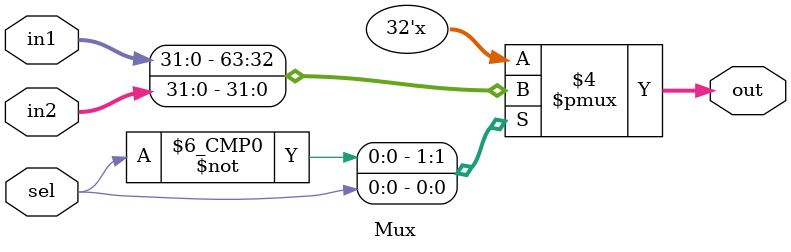
<source format=v>
/*
 *  File: 		AllDataPath.v
 *
 *  Description:
 *				Combination of all modules in the files SimpleDataPathWithControlAndALUControl.v and RegistersDataPath.v in addition to
 *				extra modules that allow for the instructions listed below:
 *								- add			- sra			- jal
 *								- and			- srl			- jr
 *								- div			- sub			- lw
 *								- mul			- lui			- sw
 *								- or			- beq			- mfhi
 *								- sll			- bne			- mflo
 *								- slt			- j				- syscall
 *
 *	Modules:
 *				testBench		- a module for testing whether the program functions by connecting all of the modules
 *				DP				- a module that contains datapath elements
 *				C				- a module that contains control elements
 *				Clock			- a module that changes its output signal every tick
 *				PC				- a module that maintains the current address and adjusts it to the next address during positive clock edges
 *				IM				- a module that reads an instruction from memory based on the current address
 *				DM				- a module that reads and writes to memory using separate controls for reading and writing (mutually exclusive) and where writing only occurs during positive clock edges
 *				RF				- a module that will always output the contents of the registers corresponding to the inputs and that will only write during positive clock edges, if provided a signal
 *				HILO			- a module that stores the HI and LO registers that are utilized by the ALU
 *				ALU				- a module that performs different operations dependent on its ALUConOut signal and outputs the zero or nonzero result produced by the operation
 * 				Control			- a module that outputs the appropriate flags based on the op codes inputted to it
 *				ALUControl		- a module that outputs a unique output for each command depending on the ALUOp and (possibly) functCode inputted into it
 *				Adder			- a module which calculates the sum of an increment and an addend
 *				SignExtend		- a module that extends a 16 bit address to produce a 32 bit address by using the 16th bit of the 16 bit address
 *				ShiftLeft2		- a module that shifts its input to the left twice by concatenating it with two zeros at the end
 *				Mux				- a module that selects one of two inputs inputted to it depending on the selector bit also inputted to it
 */

 
/*------------------------------------------------------------------------------------------------------------------------------------------------------------------------------------------------------------/
 *  Module:	testBench			- a module for testing whether the program functions by connecting all of the modules
 *	Ports:	None
 */
module testBench;											// establish the testBench module
	wire regDst, jump, jal, beq, bne, memRead, memToReg,	// establish regDst, jump, jal, beq, bne, memRead, memToReg,
		memWrite, ALUSrc, regWrite, shift, jr, zero;		//		memWrite, ALUSrc, regWrite, shift, jr, and zero as 1 bit wires
	wire [4:0] ALUConOut;									// establish ALUConOut as a 5 bit wire
	wire [31:0] instruction;
	
	DP dp(regDst, jump, jal, beq, bne, memRead,	memToReg,	// instantiate a DP for datapath elements
		memWrite, ALUSrc, regWrite, shift, jr, ALUConOut,
		instruction);
	C c(instruction, regDst, jump, jal, beq, bne, memRead,	// instantiate a C for control elements
		memToReg, memWrite, ALUSrc, regWrite, ALUConOut,
		shift, jr);
	
	reg exitLoop;											// establish exitLoop as a 1 bit reg
	reg [4:0] i, j;											// establish i and j as 5 bit regs
	reg [7:0] char;											// establish char as an 8 bit reg
	
	always @ (ALUConOut)									// every time that the ALUConOut changes:
	begin
		if (ALUConOut == 6'b10111) 							// 		if the instruction is a syscall:
		begin
			case (dp.rf.mem[993])
				1: $write ("%d", dp.rf.mem[995]);			//			if register $v0 contains a 1, then the integer value in register $a0 is outputted
				4:											//			if register $v0 contains a 4, then the data beginning at the address in register $a0 is outputted as a string
				begin exitLoop = 0;							//				string is outputted one character at a time until a NULL character is found by reading the data eight bits at a time:
					for(j = 0; exitLoop == 0; j = j + 1)						// outer loop for looping through lines in data memory
					begin
						for(i = 0; i < 24 && exitLoop == 0; i = i + 8)			// inner loop for looping through eight bits (from line in outer loop) in data memory
						begin
							char = dp.dm.mem[dp.rf.mem[995][10:2]+j][i+:7];		// set char to be the next character of line
							if(char == 0)										// if next character is the NULL character, exit the loop
								exitLoop = 1;
							$write("%s", char);									// print the next character
						end
						if(exitLoop == 0)
						begin
							char = dp.dm.mem[dp.rf.mem[995][10:2]+j][31:24];	// set char to be the last character of line (this must be done separately, otherwise causes an infinite loop)
							if(char == 0)										// if last character is the NULL character, exit the loop
								exitLoop = 1;
							$write("%s", char);									// print last character
						end
					end
				end
				10:	$finish;								//			if register $v0 contains a 10, then the program is terminated
			endcase
		end
	end
	
	initial													// initially:
	begin
		$readmemb("textSegment.txt", dp.im.mem);			//		set up the memory of IM
		$readmemb("dataSegment.dat", dp.dm.mem);			//		set up the memory of DM
		$readmemb("dataSegment.dat", dp.rf.mem);			//		set up the memory of Registers
	
		dp.c.clock = 0;										// 		initial values
		dp.pc.currentAddress = 32'h3000;
		dp.im.instruction =
			dp.im.mem[dp.currentAddress[7:2]];
		dp.hl.HI = 0; dp.alu.newHI = 0;
		dp.hl.LO = 0; dp.alu.newLO = 0;
		
		/* TEST ALL MODULES
		 *	Testing Clock Module
		 *		$monitor("time=%t: clock=%d", $time, dp.clock);
		 *	Testing PC Module
		 *		$monitor("time=%t: clock=%d, address=%h", $time, dp.clock, dp.currentAddress);
		 *	Testing IM Module
		 *		$monitor("time=%t: clock=%d, address=%h, instruction=%h", $time, dp.clock, dp.currentAddress, instruction);
		 *	Testing DM Module
		 *		wire [31:0] contentsOfAddress;
		 *		assign contentsOfAddress = dp.dm.mem[dp.ALUResult[10:2]];
		 *		$monitor("time=%t: clock=%d, address=%h, writeData=%d, memWrite=%d, memRead=%d, readData=%d, contents of address=%d", $time, dp.clock, dp.ALUResult, dp.data2, memWrite, memRead, dp.readData, contentsOfAddress);
		 *	Testing RF Module
		 *		wire [31:0] contentsOfWriteReg;
		 *		assign contentsOfWriteReg = dp.rf.mem[dp.writeReg+991];
		 *		$monitor("time=%t: clock=%d, readReg1=%d, readReg2=%d, writeReg=%d, writeData=%d, regWrite=%d, data1=%d, data2=%d, contents of writeReg=%d", $time, dp.clock, instruction[25:21], instruction[20:16], dp.writeReg, dp.writeData, regWrite, dp.data1, dp.data2, contentsOfWriteReg);
		 *	Testing HILO Module
		 *		$monitor("time=%t: clock=%d, newHI=%d, newLO=%d, HI=%d, LO=%d", $time, dp.clock, dp.newHI, dp.newLO, dp.HI, dp.LO);
		 *		#1 dp.alu.newHI = 1;
		 *		#1 dp.alu.newLO = 2;
		 *		#1 dp.alu.newLO = 3;
		 *	Testing ALU Module
		 *		$monitor("time=%t: ALUIn1=%d, ALUIn2=%d, ALUConOut=%d, ALUResult=%d, zero=%d", $time, dp.ALUIn1, dp.ALUIn2, ALUConOut, dp.ALUResult, dp.zero);
		 *	Testing Control Module
		 *		$monitor("time=%t: op code=%d, jump=%d, jal=%d, beq=%d, bne=%d, memRead=%d, memToReg=%d, ALUOp=%b, memWrite=%d, ALUSrc=%d, regWrite=%d", $time, instruction[31:26], regDst, jump, jal, beq, bne, memRead, memToReg, c.ALUOp, memWrite, ALUSrc, regWrite);
		 *	Testing ALUControl Module
		 *		$monitor("time=%t: ALUOp=%b, funct code=%h, ALUConOut=%b, shift=%d, jr=%d", $time, c.ALUOp, instruction[5:0], ALUConOut, shift, jr);
		 *	Testing Adder Module
		 *		$monitor("time=%t: currentAddress=%h, newAddress=%h", $time, dp.currentAddress, dp.newAddress);
		 *	Testing SignExtend Module
		 *		$monitor("time=%t: instruction[15:0]=%h, extendedAddress=%h", $time, instruction[15:0], dp.extendedAddress);
		 *	Testing ShiftLeft2 Module
		 *		$monitor("time=%t: instruction[25:0]=%b, slOut=%b", $time, instruction[25:0], dp.slOut);
		 *	Testing Mux Module
		 *		$monitor("time=%t: memToReg/sel=%d, ALUResult/in1=%d, readData/in2=%d, out=%d", $time, memToReg, dp.ALUResult, dp.readData, dp.m3Out);
		 */
	end
endmodule


/*------------------------------------------------------------------------------------------------------------------------------------------------------------------------------------------------------------/
 *  Module:	DP					- a module that contains datapath elements
 *	Ports:
 *			regDst				- a 1 bit input wire that determines which register to use as the write register
 *			jump				- a 1 bit input wire that determines whether a jump is needed
 *			jal					- a 1 bit input wire that determines whether a jal is occurring
 *			beq					- a 1 bit input wire that determines whether a beq is occurring
 *			bne					- a 1 bit input wire that determines whether a bne is occurring
 *			memRead				- a 1 bit input wire that determines whether the memory needs to be read from
 *			memToReg			- a 1 bit input wire that determines whether the information read from memory needs to be written to a register
 *			memWrite			- a 1 bit input wire that determines whether the memory needs to be written to
 *			ALUSrc				- a 1 bit input wire that determines the second input to the ALU
 *			regWrite			- a 1 bit input wire that determines whether the registers need to be written to
 *			shift				- a 1 bit input wire flag indicating whether a shift is occurring
 *			jr					- a 1 bit input wire flag indicating whether a jr is occurring
 *			ALUConOut			- a 5 bit input wire representing the identification of the command being read from instruction
 *			instruction			- a 32 bit output wire representing the instruction being read from the IM
 */
module DP(regDst, jump, jal, beq, bne, memRead,	memToReg,	// establish DP module
 memWrite, ALUSrc, regWrite, shift, jr, ALUConOut,
 instruction);
	input regDst, jump, jal, beq, bne, memRead,	memToReg,	// establish regDst, jump, jal, beq, bne, memRead, memToReg,
		memWrite, ALUSrc, regWrite, shift, jr;				//		memWrite, ALUSrc, regWrite, shift, and jr as 1 bit input wires
	input [4:0] ALUConOut;									// establish ALUConOut as a 5 bit input wire
	output [31:0] instruction;								// establish instruction as a 32 bit output wire
	
	wire clock, zero;										// establish clock and zero as 1 bit wires
	wire [4:0] writeReg, m1Out;								// establish writeReg and m1Out as 5 bit wires
	wire [27:0] slOut;										// establish slOut as a 28 bit wire
	wire [31:0] currentAddress, newAddress,					// establish currentAddress, newAddress,
		extendedAddress, writeData, readData, data1, data2,	//		extendedAddress, writeData, readData, data1, data2,
		ALUIn1, ALUIn2,	ALUResult, m3Out, newHI, newLO, HI,	//		ALUIn1, ALUIn2, ALUResult, m3Out, newHI, newLO, HI,
		LO, addResult, m7Out, m8Out, nextAddress;			//		LO, addResult, m7Out, m8Out, and nextAddress as 32 bit wires
	
	Clock c (clock);										// instantiate a Clock							
	PC pc (clock, nextAddress, currentAddress);				// instantiate a PC
	IM im (clock, currentAddress, instruction);				// instantiate an IM
	DM dm (clock, ALUResult, data2, memWrite, memRead,		// instantiate a DM
		readData);
	RF rf(clock, instruction[25:21], instruction[20:16],	// instantiate an RF
		writeReg, writeData, regWrite, data1, data2);
	SignExtend se (instruction[15:0], extendedAddress);		// instantiate a SignExtend
	HILO hl (clock, newHI, newLO, HI, LO);					// instantiate a HILO
	ALU alu (ALUIn1, ALUIn2, ALUConOut, HI, LO, newHI,		// instantiate an ALU
		newLO, ALUResult, zero);
	ShiftLeft2 sl (instruction[25:0], slOut);				// instantiate a ShiftLeft2
	
	Adder a1 (32'd4, currentAddress, newAddress);			// instantiate an Adder for the PC
	Adder a2 (extendedAddress << 2, newAddress,				// instantiate an Adder for branches
		addResult);
	
	Mux #(5) m1 (regDst, instruction[20:16],				// instantiate two Muxes for determining writeReg
		instruction[15:11], m1Out);
	Mux #(5) m2 (jal, m1Out, 5'd31, writeReg);
	Mux m3 (memToReg, ALUResult, readData, m3Out);			// instantiate two Muxes for determining writeData
	Mux m4 (jal, m3Out, newAddress, writeData);
	Mux m5 (shift, data1, extendedAddress, ALUIn1);			// instantiate a Mux for determining ALUIn1
	Mux m6 (ALUSrc, data2, extendedAddress, ALUIn2);		// instantiate a Mux for determining ALUIn2
	Mux m7 (((beq&zero) | (bne&(~zero))), newAddress,		// instantiate three Muxes for determining nextAddress
		addResult, m7Out);
	Mux m8 (jump, m7Out, {newAddress[31:28], slOut},
		m8Out);
	Mux m9 (jr, m8Out, ALUResult, nextAddress);
endmodule


/*------------------------------------------------------------------------------------------------------------------------------------------------------------------------------------------------------------/
 *  Module:	C					- a module that contains control elements
 *	Ports:
 *			regDst				- a 1 bit output wire that determines which register to use as the write register
 *			jump				- a 1 bit output wire that determines whether a jump is needed
 *			jal					- a 1 bit output wire that determines whether a jal is occurring
 *			beq					- a 1 bit output wire that determines whether a beq is occurring
 *			bne					- a 1 bit output wire that determines whether a bne is occurring
 *			memRead				- a 1 bit output wire that determines whether the memory needs to be read from
 *			memToReg			- a 1 bit output wire that determines whether the information read from memory needs to be written to a register
 *			memWrite			- a 1 bit output wire that determines whether the memory needs to be written to
 *			ALUSrc				- a 1 bit output wire that determines the second input to the ALU
 *			regWrite			- a 1 bit output wire that determines whether the registers need to be written to
 *			shift				- a 1 bit output wire flag indicating whether a shift is occurring
 *			jr					- a 1 bit output wire flag indicating whether a jr is occurring
 *			ALUConOut			- a 5 bit output wire representing the identification of the command being read from instruction
 *			instruction			- a 32 bit output wire representing the instruction being read from the IM
 */
module C(instruction, regDst, jump, jal, beq, bne, memRead,	// establish C module
 memToReg, memWrite, ALUSrc, regWrite, ALUConOut, shift,
 jr);
	input [31:0] instruction;								// establish instruction as a 32 bit input wire
	output regDst, jump, jal, beq, bne, memRead, memToReg,	// establish regDst, jump, jal, beq, bne, memRead, memToReg,
		memWrite, ALUSrc, regWrite, shift, jr;				//		memWrite, ALUSrc, regWrite, shift, and jr as 1 biit output wires
	output [4:0] ALUConOut;									// establish ALUConOut as a 5 bit output wire
	
	wire [3:0] ALUOp;										// establish ALUOp as a 4 bit wire
	
	Control control(instruction[31:26], regDst, jump, jal,	// instantiate a Control
		beq, bne, memRead, memToReg, ALUOp, memWrite,
		ALUSrc, regWrite);
	ALUControl alucontrol (ALUOp, instruction[5:0],			// instantiate an ALUControl
		ALUConOut, shift, jr);
endmodule


/*------------------------------------------------------------------------------------------------------------------------------------------------------------------------------------------------------------/
 *  Module:	Clock				- a module that changes its output signal every tick
 *	Ports:
 *			clock				- a 1 bit output reg which toggles between 1 and 0
 */
module Clock(clock);										// establish the Clock module
	output reg clock;										// establish clock as a 1 bit output reg		
		
	always													// forever:
		#1 clock = ~clock;									//		toggle clock between 1 and 0
endmodule


/*------------------------------------------------------------------------------------------------------------------------------------------------------------------------------------------------------------/
 *  Module:	PC					- a module that maintains the current address and adjusts it to the next address during positive clock edges
 *	Ports:
 *			clock				- a 1 bit input wire which toggles between 1 and 0
 *			newAddress			- a 32 bit input wire representing the next address that needs to be read
 *			currentAddress		- a 32 bit output reg representing the address that the system is currently on
 */
module PC (clock, newAddress, currentAddress);				// establish the PC module
	input clock;											// establish clock as a 1 bit input wire
	input [31:0] newAddress;								// establish newAddress as a 32 bit input wire
	output reg [31:0] currentAddress;						// establish currentAddress as a 32 bit output reg
	
	always @ (posedge clock)								// during every positive clock tick:
	begin
		#3 currentAddress = newAddress;						// 		set currentAddress to newAddress
	end
endmodule


/*------------------------------------------------------------------------------------------------------------------------------------------------------------------------------------------------------------/
 *  Module:	IM					- a module that reads an instruction from memory based on the current address
 *	Ports:
 *			clock				- a 1 bit input wire which toggles between 1 and 0
 *			currentAddress		- a 32 bit input wire representing the address that the system is currently on
 *			instruction			- a 32 bit output wire representing the instruction being read from the IM
 */
module IM (clock, currentAddress, instruction);				// establish the IM module
	input clock;											// establish clock as a 1 bit input wire
	input [31:0] currentAddress;							// establish currentAddress as a 32 bit input wire
	output reg [31:0] instruction;							// establish instruction as a 32 bit output reg
	
	reg [31:0] mem [0:58];									// establish mem as 59 registers, each 32 bits in length
	
	always @(posedge clock)									// during every positive clock tick:
		instruction = mem [currentAddress[7:2]];			//		read data from the currentAddress location in mem into instruction
endmodule


/*------------------------------------------------------------------------------------------------------------------------------------------------------------------------------------------------------------/
 *  Module:	DM					- a module that reads and writes to memory using separate controls for reading and writing (mutually exclusive) and where writing only occurs during positive clock edges
 *	Ports:
 *			clock				- a 1 bit input wire which toggles between 1 and 0
 *			address				- a 32 bit input wire representing the address, whose bits will be used in determining the read and write registers
 *			writeData			- a 32 bit input wire representing the data that may be written to memory
 *			memWrite			- a 1 bit input wire flag that determines whether writeData will be written to memory
 *			memRead				- a 1 bit input wire flag that determines whether memory should be read from
 *			readData			- a 32 bit output reg containing the data read from memory 
 */
 module DM (clock, address, writeData, memWrite, memRead,	// establish the DM module
  readData);			
	input clock, memWrite, memRead;							// establish clock, memWrite, and memRead as 1 bit input wires
	input [31:0] address, writeData;						// establish address and writeData as a 32 bit input wires
	output reg [31:0] readData;								// establish readData as a 32 bit output reg
	
	reg [31:0] mem [0:1023];								// establish mem as 1024 registers, each 32 bits in length
	
	always @ (mem[address[10:2]], memRead)					// whenever the current location in mem or memRead is altered:
	begin
		if (memRead)										//		if the memRead flag is triggered:
			readData = mem[address[10:2]];					//			read data from the current location in mem into readData
	end
	
	always @ (posedge clock)								// during every positive clock tick:
	begin
		if (memWrite)										//		if the memWrite flag is triggered:
			mem[address[10:2]] = writeData;					//			write the data from writeData into the current location in mem
	end
endmodule


/*------------------------------------------------------------------------------------------------------------------------------------------------------------------------------------------------------------/
 *  Module:	RF					- a module that will always output the contents of the registers corresponding to the inputs and that will only write during positive clock edges, if provided a signal
 *	Ports:
 *			clock				- a 1 bit input wire which toggles between 1 and 0
 *			readReg1			- a 5 bit input wire representing the first register used for reading
 *			readReg2			- a 5 bit input wire representing the second register used for reading
 *			writeReg			- a 5 bit input wire representing the register used for writing
 *			writeData			- a 32 bit input wire representing the data that may be written to writeReg
 *			regWrite			- a 1 bit input wire flag that determines whether writeReg will be written to
 *			data1				- a 32 bit output wire containing the data read from readReg1
 *			data2				- a 32 bit output wire containing the data read from readReg2
 */
module RF (clock, readReg1, readReg2, writeReg,	writeData,	// establish the RF module
 regWrite, data1, data2);
	input clock, regWrite;									// establish clock and regWrite as 1 bit input wires
	input [4:0] readReg1, readReg2, writeReg;				// establish readReg1, readReg2, and writeReg as 5 bit input wires
	input [31:0] writeData;									// establish writeData as a 32 bit input wire
	output [31:0] data1, data2;								// establish data1 and data2 as 32 bit output wires
	
	reg [31:0] mem [0:1023];								// establish mem as 1024 registers, each 32 bits in length
	
	assign data1 = mem[readReg1+991];						// continuously assign data1 to the readReg1 register of mem
	assign data2 = mem[readReg2+991];						// continuously assign data2 to the readReg2 register of mem
	
	always @ (posedge clock)								// during every positive clock tick:
	begin
		#3 if (regWrite)									// 		if the regWrite flag is triggered:
			mem[writeReg+991] = writeData;					//			write the data from writeData into the writeReg register of mem
	end
	
	always @ (mem[991])										// whenever register $0 is altered:
		mem[991] = 0;										//		set register $0 to 0
endmodule


/*------------------------------------------------------------------------------------------------------------------------------------------------------------------------------------------------------------/
 *  Module:	HILO				- a module that stores the HI and LO registers that are utilized by the ALU
 *	Ports:
 *			clock				- a 1 bit input wire which toggles between 1 and 0
 *			newHI				- a 32 bit input wire representing the value that the HI register will be changed to on the next clock tick
 *			newLO				- a 32 bit input wire representing the value that the LO register will be changed to on the next clock tick
 *			HI					- a 32 bit output reg representing the HI register
 *			LO					- a 32 bit output reg representing the LO register
 */
module HILO(clock, newHI, newLO, HI, LO);					// establish the HILO module
	input clock;											// establish clock as a 1 bit input wire
	input [31:0] newHI, newLO;								// establish newHI and newLO as 32 bit input wires
	output reg [31:0] HI, LO;								// establish HI and LO as 32 bit output regs
	
	always @ (posedge clock)								// during every positive clock tick:
	begin
		HI = newHI;											//		set the HI register equal to the newHI value
		LO = newLO;											//		set the LO register equal to the newLO value
	end
endmodule


/*------------------------------------------------------------------------------------------------------------------------------------------------------------------------------------------------------------/
 *  Module:	ALU					- a module that performs different operations dependent on its ALUConOut signal and outputs the zero or nonzero result produced by the operation
 *	Ports:
 *			A					- a 32 bit input wire representing the first operand for the ALU operation
 *			B					- a 32 bit input wire representing the second operand for the ALU operation
 *			ALUConOut			- a 5 bit input wire that determines the operation that the ALU will perform
 *			HI					- a 32 bit input wire representing the HI register
 *			LO					- a 32 bit input wire representing the LO register
 *			newHI				- a 32 bit output reg representing the value that the HI register will be changed to on the next clock tick
 *			newLO				- a 32 bit output reg representing the value that the LO register will be changed to on the next clock tick
 *			result				- a 32 bit output reg containing the result of the ALU operation
 *			zero				- a 1 bit output wire containing 1 if the result of the ALU operation was zero and 0 otherwise
 */
module ALU (A, B, ALUConOut, HI, LO, newHI, newLO, result,	// establish the ALU module
 zero);
	input [31:0] A, B, HI, LO;								// establish A, B, HI, and LO as 32 bit input wires
	input [4:0] ALUConOut;									// establish ALUConOut as a 5 bit input wire
	output reg [31:0] result, newHI, newLO;					// establish result, newHI, and newLO as 32 bit output regs
	output zero;											// establish zero as a 1 bit output wire
	
	assign zero = (result == 0);							// zero is set to 1 if result is 0 and 0 otherwise
	
	always @(A, B, ALUConOut)								// whenever A, B, or ALUConOut is altered:
	begin
		case(ALUConOut)										//		use ALUConOut to determine which operation should be performed:
			6'b01010, 6'b00100, 6'b00011: result <= A + B; 	//			if the operation is add, sw, or lw, then A and B are added and stored in result
			6'b01100: result <= A & B; 						//			if the operation is and, then A and B are anded and stored in result
			6'b01100: {newHI, newLO} <= A / B; 				//			if the operation is div, then A and B are divided and stored in newHI and newLO
			6'b01101: {newHI, newLO} <= A * B; 				//			if the operation is mult, then A and B are multiplied and stored in newHI and newLO
			6'b01110: result <= A | B; 						//			if the operation is or, then A and B are ored and stored in result
			6'b01111: result <= B << A[10:6]; 				//			if the operation is sll, then B is shifted left logical based on A and stored in result
			6'b10000: result <= A < B; 						//			if the operation is slt, then if A is less than B, a 1 is stored in result, otherwise a 0 is stored in result 
			6'b10001: result <= B >>> A[10:6]; 				//			if the operation is sra, then B is shifted right arithmetic based on A and stored in result
			6'b10010: result <= B >> A[10:6]; 				//			if the operation is srl, then B is shifted right logical based on A and stored in result
			6'b10011, 6'b00101, 6'b00110: result <= A - B; 	//			if the operation is sub, beq, bne, then the difference of A and B is stored in result
			6'b10100: result <= A; 							//			if the operation is jr, then A is stored in result
			6'b10101: result <= HI; 						//			if the operation is mfhi, then the contents of the HI register is stored in result
			6'b10110: result <= LO; 						//			if the operation is mflo, then the contents of the LO register is stored in result
			6'b00010: result <= A * B; 						//			if the operation is mul, then A and B are multiplied and stored in result
			6'b01001: result <= B << 16; 					//			if the operation is lui, then B is shifted left by 16 and stored in result
			default: result <= 0;							//			otherwise, no operation is performed and the result is set to 0
		endcase
	end
endmodule


/*------------------------------------------------------------------------------------------------------------------------------------------------------------------------------------------------------------/
 *  Module:	Control				- a module that outputs the appropriate flags based on the op codes inputted to it
 *	Ports:
 *			opCode				- a 6 bit input wire representing the first six bits (the op code) of an instruction
 *			regDst				- a 1 bit output reg that determines which register to use as the write register
 *			jump				- a 1 bit output reg that determines whether a jump is needed
 *			jal					- a 1 bit output reg that determines whether a jal is occurring
 *			beq					- a 1 bit output reg that determines whether a beq is occurring
 *			bne					- a 1 bit output reg that determines whether a bne is occurring
 *			memRead				- a 1 bit output reg that determines whether the memory needs to be read from
 *			memToReg			- a 1 bit output reg that determines whether the information read from memory needs to be written to a register
 *			ALUOp				- a 2 bit output reg representing the ALUOp that will go to the ALU Control
 *			memWrite			- a 1 bit output reg that determines whether the memory needs to be written to
 *			ALUSrc				- a 1 bit output reg that determines the second input to the ALU
 *			regWrite			- a 1 bit output reg that determines whether the registers need to be written to
 */
module Control (opCode, regDst, jump, jal, beq, bne,		// establish the Control module
 memRead, memToReg, ALUOp, memWrite, ALUSrc, regWrite);
	input [5:0] opCode;										// establish opCode as a 6 bit input wire
	output reg regDst, jump, jal, beq, bne, memRead, 		// establish regDst, jump, jal, beq, bne, mul, memRead,
		memToReg, memWrite, ALUSrc, regWrite;				// 		memToReg, memWrite, ALUSrc, and regWrite as 1 bit output regs
	output reg [3:0] ALUOp;									// establish ALUOp as s 4 bit output reg
	
	always @(opCode)										// every time that opCode changes:
	begin
		case(opCode)
			0: 												// 		op code is 0x00 for:	add, and, div, mult, or, sll, slt, sra, srl, sub, jr, mfhi, mflo, syscall
				begin										//				output flags are set appropriately
					regDst = 1;
					jump = 0;
					jal = 0;
					beq = 0;
					bne = 0;
					memRead = 0;
					memToReg = 0;
					ALUOp = 4'b0001;
					memWrite = 0;
					ALUSrc = 0;
					regWrite = 1;
				end
			
			6'h1c:	 										// 		op code is 0x1c for:	mul
				begin										//				output flags are set appropriately
					regDst = 1;
					jump = 0;
					jal = 0;
					beq = 0;
					bne = 0;
					memRead = 0;
					memToReg = 0;
					ALUOp = 4'b0010;
					memWrite = 0;
					ALUSrc = 0;
					regWrite = 1;
				end
			
			6'h23: 											//		op code is 0x23 for:	lw
				begin										//				output flags are set appropriately
					regDst = 0;
					jump = 0;
					jal = 0;
					beq = 0;
					bne = 0;
					memRead = 1;
					memToReg = 1;
					ALUOp = 4'b0011;
					memWrite = 0;
					ALUSrc = 1;
					regWrite = 1;
				end
			
			6'h2b: 											// 		op code is 0x2b for:	sw
				begin										//				output flags are set appropriately
					regDst = 0;
					jump = 0;
					jal = 0;
					beq = 0;
					bne = 0;
					memRead = 0;
					memToReg = 0;
					ALUOp = 4'b0100;
					memWrite = 1;
					ALUSrc = 1;
					regWrite = 0;
				end
					
			6'h04: 											// 		op code is 0x04 for:	beq
				begin										//				output flags are set appropriately
					regDst = 0;
					jump = 0;
					jal = 0;
					beq = 1;
					bne = 0;
					memRead = 0;
					memToReg = 0;
					ALUOp = 4'b0101;
					memWrite = 0;
					ALUSrc = 0;
					regWrite = 0;
				end
			
			6'h05: 											// 		op code is 0x05 for:	bne
				begin										//				output flags are set appropriately
					regDst = 0;
					jump = 0;
					jal =0;
					beq = 0;
					bne = 1;
					memRead = 0;
					memToReg = 0;
					ALUOp = 4'b0110;
					memWrite = 0;
					ALUSrc = 0;
					regWrite = 0;
				end
					
			6'h02: 											// 		op code is 0x02 for:	j
				begin										//				output flags are set appropriately
					regDst = 0;
					jump = 1;
					jal = 0;
					beq = 0;
					bne = 0;
					memRead = 0;
					memToReg = 0;
					ALUOp = 4'b0111;
					memWrite = 0;
					ALUSrc = 0;
					regWrite = 0;
				end
					
			6'h03: 											// 		op code is 0x03 for:	jal
				begin										//				output flags are set appropriately
					regDst = 0;
					jump = 1;
					jal = 1;
					beq = 0;
					bne = 0;
					memRead = 0;
					memToReg = 0;
					ALUOp = 4'b1000;
					memWrite = 0;
					ALUSrc = 0;
					regWrite = 1;
				end

			6'h0f: 											// 		op code is 0x0f for: lui
				begin										//				output flags are set appropriately
					regDst = 0;
					jump = 0;
					jal = 0;
					beq = 0;
					bne = 0;
					memRead = 0;
					memToReg = 0;
					ALUOp = 4'b1001;
					memWrite = 0;
					ALUSrc = 1;
					regWrite = 1;
				end
			
			default: 										// 		default case if op code is not one of the ones listed above
				begin										//				output flags are set to 0
					regDst = 0;
					jump = 0;
					jal = 0;
					beq = 0;
					bne = 0;
					memRead = 0;
					memToReg = 0;
					ALUOp = 0;
					memWrite = 0;
					ALUSrc = 0;
					regWrite = 0;
				end
		endcase
	end
endmodule

/*------------------------------------------------------------------------------------------------------------------------------------------------------------------------------------------------------------/
 *  Module:	ALUControl			- a module that outputs a unique output for each command depending on the ALUOp and (possibly) functCode inputted into it
 *	Ports:
 *			ALUOp				- a 4 bit input wire representing the ALUOp outputted from the Control module
 *			functCode			- a 6 bit input wire representing the last six bits (the funct code) of an instruction
 *			ALUConOut			- a 5 bit output reg representing the identification of the command being read from instruction
 *			shift				- a 1 bit output reg flag indicating whether a shift is occurring
 *			jr					- a 1 bit output reg flag indicating whether a jr is occurring
 */
module ALUControl (ALUOp, functCode, ALUConOut, shift, jr);	// establish the ALUControl module
	input [3:0] ALUOp;										// establish ALUOp as a 4 bit input wire
	input [5:0] functCode;									// establish functCode as a 6 bit input wire
	output reg [4:0] ALUConOut;								// establish ALUConOut as a 5 bit output reg
	output reg shift, jr;									// establish shift and jr as 1 bit output regs
	
	always @(ALUOp, functCode)								// every time that either the ALUOp or functCode changes:
	begin
		case(ALUOp)
			4'b0001:										//		if the instruction is an R-type, then the functCode must be checked
			begin
				case(functCode)
					6'h20: 									// 			functCode is 0x20 for:	add
					begin									//				output flags are set appropriately
						ALUConOut = 5'b01010;
						shift = 0;
						jr = 0;
					end
						
					6'h24: 									//			functCode is 0x24 for:	and
					begin									//				output flags are set appropriately
						ALUConOut = 5'b01011;
						shift = 0;
						jr = 0;
					end
					
					6'h1a: 									//			functCode is 0x1a for:	div
					begin									//				output flags are set appropriately
						ALUConOut = 5'b01100;
						shift = 0;
						jr = 0;
					end
					
					6'h18: 									//			functCode is 0x18 for:	mult
					begin									//				output flags are set appropriately
						ALUConOut = 5'b01101;
						shift = 0;
						jr = 0;
					end
					
					6'h25: 									//			functCode is 0x25 for:	or
					begin									//				output flags are set appropriately
						ALUConOut = 5'b01110;
						shift = 0;
						jr = 0;
					end
						
					0:										//			functCode is 0x00 for:	sll
					begin									//				output flags are set appropriately
						ALUConOut = 5'b01111;
						shift = 1;
						jr = 0;
					end
						
					6'h2a:									//			functCode is 0x2a for:	slt
					begin									//				output flags are set appropriately
						ALUConOut = 5'b10000;
						shift = 0;
						jr = 0;
					end
						
					6'h03:									//			functCode is 0x03 for:	sra
					begin									//				output flags are set appropriately
						ALUConOut = 5'b10001;
						shift = 1;
						jr = 0;
					end
						
					6'h02:									//			functCode is 0x02 for:	srl
					begin									//				output flags are set appropriately
						ALUConOut = 5'b10010;
						shift = 1;
						jr = 0;
					end
						
					6'h22:									//			functCode is 0x22 for:	sub
					begin									//				output flags are set appropriately
						ALUConOut = 5'b10011;
						shift = 0;
						jr = 0;
					end
						
					6'h08:									//			functCode is 0x08 for:	jr
					begin									//				output flags are set appropriately
						ALUConOut = 5'b10100;
						shift = 0;
						jr = 1;
					end
						
					6'h10:									//			functCode is 0x10 for:	mfhi
					begin									//				output flags are set appropriately
						ALUConOut = 5'b10101;
						shift = 0;
						jr = 0;
					end
						
					6'h12:									//			functCode is 0x12 for:	mflo
					begin									//				output flags are set appropriately
						ALUConOut = 5'b10110;
						shift = 0;
						jr = 0;
					end
						
					6'h0c:									//			functCode is 0x0c for:	syscall
					begin									//				output flags are set appropriately
						ALUConOut = 5'b10111;
						shift = 0;
						jr = 0;
					end
					
					default:								// 			default case if functCode is not one of the ones listed above
					begin									//				output flags are set to 0
						ALUConOut = 0;
						shift = 0;
						jr = 0;
					end
				endcase
			end
			
			4'b0010, 4'b0011, 4'b0100, 4'b0101,	4'b0110,	// 		for all other instructions: mul, lw, sw, beq, bne, j, jal, lui
			4'b0111, 4'b1000, 4'b1001: 						//			output flags are set appropriately
			begin
				ALUConOut = ALUOp;
				shift = 0;
				jr = 0;
			end
			
			default:										// 		default case if ALUOp is not one of the ones listed above
			begin
				ALUConOut = 0;
				shift = 0;
				jr = 0;
			end
		endcase
	end
endmodule


/*------------------------------------------------------------------------------------------------------------------------------------------------------------------------------------------------------------/
 *  Module:	Adder				- a module which calculates the sum of an increment and an addend
 *	Ports:
 *			increment			- a 32 bit input wire representing the value that the addend is being incremented by
 *			addend				- a 32 bit input wire representing the addend that needs to be incremented
 *			sum					- a 32 bit output wire representing the sum of the addend and the increment
 */
module Adder (increment, addend, sum);						// establish the Adder module
	input [31:0] increment, addend;							// establish increment and addend as 32 bit input wires
	output [31:0] sum;										// establish sum as a 32 bit output wire
 
	assign sum = addend + increment;						// continuously assign sum to be the addend plus the increment
endmodule


/*------------------------------------------------------------------------------------------------------------------------------------------------------------------------------------------------------------/
 *  Module:	SignExtend			- a module that extends a 16 bit address to produce a 32 bit address by using the 16th bit of the 16 bit address
 *	Ports:
 *			unextendedAddress	- a 16 bit input wire representing the address that needs to be extended
 *			extendedAddress		- a 32 bit output wire representing the extended address
 */
module SignExtend(unextendedAddress, extendedAddress);		// establish the SignExtend module
	input [15:0] unextendedAddress;							// establish unextendedAddress as a 16 bit input wire
	output [31:0] extendedAddress;							// establish extendedAddress as a 32 bit input wire
	
	assign extendedAddress =								// continuously assign extendedAddress to be the 16th bit of unextendedAddress repeated 16 times and prefixed onto unextendedAddress
		{{16{unextendedAddress[15]}}, unextendedAddress};
endmodule


/*------------------------------------------------------------------------------------------------------------------------------------------------------------------------------------------------------------/
 *  Module:	ShiftLeft2			- a module that shifts its input to the left twice by concatenating it with two zeros at the end
 *	Ports:
 *			in					- a 26 bit input wire representing the non-shifted input
 *			out					- a 28 bit output wire representing the input shifted left twice
 */
module ShiftLeft2(in, out);									// establish the ShiftLeft2 module
	input [25:0] in;										// establish in as a 26 bit input wire
	output [27:0] out;										// establish out as a 28 bit input wire
	
	assign out = {in, 2'b00};								// continuously assign out to be the concatenation of in with two zeros at the end
endmodule


/*------------------------------------------------------------------------------------------------------------------------------------------------------------------------------------------------------------/
 *  Module:	Mux					- a module that selects one of two inputs inputted to it depending on the selector bit also inputted to it
 *	Parameters:
 *			n					- a value representing the amount of bits for the two inputs and the output, default is 32
 *	Ports:
 *			sel					- a 2 bit input wire representing the selector bit
 *			in1					- an n bit input wire representing the first input that could be selected
 *			in2					- an n bit input wire representing the second input that could be selected
 *			out					- an n bit output reg representing the output that was selected
 */
module Mux(sel, in1, in2, out);								// establish the Mux module
	parameter n = 32;										// establish n as a parameter with a value of 32
	input sel;												// establish sel as a 1 bit input wire
	input [n-1:0] in1, in2;									// establish in1 and in2 as n bit input wires
	output reg [n-1:0] out;									// establish out as an n bit output reg
	always @(sel, in1, in2)									// whenever sel, in1, or in2 is altered:
	begin
		case(sel)
			0: 			out <= in1;							//		if the selector bit is 0, then out is set to in1
			1: 			out <= in2;							//		if the selector bit is 1, then out is set to in2
			default:	out <= 0;							//		otherwise out is set to 0
		endcase
	end
endmodule
</source>
